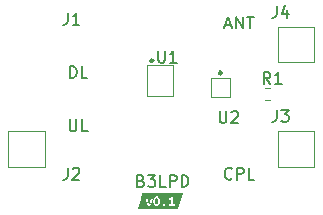
<source format=gbr>
%TF.GenerationSoftware,KiCad,Pcbnew,(7.0.0)*%
%TF.CreationDate,2023-03-22T16:08:00+00:00*%
%TF.ProjectId,B3LPD,42334c50-442e-46b6-9963-61645f706362,rev?*%
%TF.SameCoordinates,Original*%
%TF.FileFunction,Legend,Top*%
%TF.FilePolarity,Positive*%
%FSLAX46Y46*%
G04 Gerber Fmt 4.6, Leading zero omitted, Abs format (unit mm)*
G04 Created by KiCad (PCBNEW (7.0.0)) date 2023-03-22 16:08:00*
%MOMM*%
%LPD*%
G01*
G04 APERTURE LIST*
%ADD10C,0.150000*%
%ADD11C,0.120000*%
%ADD12C,0.100000*%
%ADD13C,0.250000*%
%ADD14C,0.260000*%
G04 APERTURE END LIST*
D10*
X99838095Y-92867380D02*
X99838095Y-93676904D01*
X99838095Y-93676904D02*
X99885714Y-93772142D01*
X99885714Y-93772142D02*
X99933333Y-93819761D01*
X99933333Y-93819761D02*
X100028571Y-93867380D01*
X100028571Y-93867380D02*
X100219047Y-93867380D01*
X100219047Y-93867380D02*
X100314285Y-93819761D01*
X100314285Y-93819761D02*
X100361904Y-93772142D01*
X100361904Y-93772142D02*
X100409523Y-93676904D01*
X100409523Y-93676904D02*
X100409523Y-92867380D01*
X101361904Y-93867380D02*
X100885714Y-93867380D01*
X100885714Y-93867380D02*
X100885714Y-92867380D01*
X105890476Y-98058571D02*
X106033333Y-98106190D01*
X106033333Y-98106190D02*
X106080952Y-98153809D01*
X106080952Y-98153809D02*
X106128571Y-98249047D01*
X106128571Y-98249047D02*
X106128571Y-98391904D01*
X106128571Y-98391904D02*
X106080952Y-98487142D01*
X106080952Y-98487142D02*
X106033333Y-98534761D01*
X106033333Y-98534761D02*
X105938095Y-98582380D01*
X105938095Y-98582380D02*
X105557143Y-98582380D01*
X105557143Y-98582380D02*
X105557143Y-97582380D01*
X105557143Y-97582380D02*
X105890476Y-97582380D01*
X105890476Y-97582380D02*
X105985714Y-97630000D01*
X105985714Y-97630000D02*
X106033333Y-97677619D01*
X106033333Y-97677619D02*
X106080952Y-97772857D01*
X106080952Y-97772857D02*
X106080952Y-97868095D01*
X106080952Y-97868095D02*
X106033333Y-97963333D01*
X106033333Y-97963333D02*
X105985714Y-98010952D01*
X105985714Y-98010952D02*
X105890476Y-98058571D01*
X105890476Y-98058571D02*
X105557143Y-98058571D01*
X106461905Y-97582380D02*
X107080952Y-97582380D01*
X107080952Y-97582380D02*
X106747619Y-97963333D01*
X106747619Y-97963333D02*
X106890476Y-97963333D01*
X106890476Y-97963333D02*
X106985714Y-98010952D01*
X106985714Y-98010952D02*
X107033333Y-98058571D01*
X107033333Y-98058571D02*
X107080952Y-98153809D01*
X107080952Y-98153809D02*
X107080952Y-98391904D01*
X107080952Y-98391904D02*
X107033333Y-98487142D01*
X107033333Y-98487142D02*
X106985714Y-98534761D01*
X106985714Y-98534761D02*
X106890476Y-98582380D01*
X106890476Y-98582380D02*
X106604762Y-98582380D01*
X106604762Y-98582380D02*
X106509524Y-98534761D01*
X106509524Y-98534761D02*
X106461905Y-98487142D01*
X107985714Y-98582380D02*
X107509524Y-98582380D01*
X107509524Y-98582380D02*
X107509524Y-97582380D01*
X108319048Y-98582380D02*
X108319048Y-97582380D01*
X108319048Y-97582380D02*
X108700000Y-97582380D01*
X108700000Y-97582380D02*
X108795238Y-97630000D01*
X108795238Y-97630000D02*
X108842857Y-97677619D01*
X108842857Y-97677619D02*
X108890476Y-97772857D01*
X108890476Y-97772857D02*
X108890476Y-97915714D01*
X108890476Y-97915714D02*
X108842857Y-98010952D01*
X108842857Y-98010952D02*
X108795238Y-98058571D01*
X108795238Y-98058571D02*
X108700000Y-98106190D01*
X108700000Y-98106190D02*
X108319048Y-98106190D01*
X109319048Y-98582380D02*
X109319048Y-97582380D01*
X109319048Y-97582380D02*
X109557143Y-97582380D01*
X109557143Y-97582380D02*
X109700000Y-97630000D01*
X109700000Y-97630000D02*
X109795238Y-97725238D01*
X109795238Y-97725238D02*
X109842857Y-97820476D01*
X109842857Y-97820476D02*
X109890476Y-98010952D01*
X109890476Y-98010952D02*
X109890476Y-98153809D01*
X109890476Y-98153809D02*
X109842857Y-98344285D01*
X109842857Y-98344285D02*
X109795238Y-98439523D01*
X109795238Y-98439523D02*
X109700000Y-98534761D01*
X109700000Y-98534761D02*
X109557143Y-98582380D01*
X109557143Y-98582380D02*
X109319048Y-98582380D01*
X113023809Y-84881666D02*
X113499999Y-84881666D01*
X112928571Y-85167380D02*
X113261904Y-84167380D01*
X113261904Y-84167380D02*
X113595237Y-85167380D01*
X113928571Y-85167380D02*
X113928571Y-84167380D01*
X113928571Y-84167380D02*
X114499999Y-85167380D01*
X114499999Y-85167380D02*
X114499999Y-84167380D01*
X114833333Y-84167380D02*
X115404761Y-84167380D01*
X115119047Y-85167380D02*
X115119047Y-84167380D01*
X99861904Y-89367380D02*
X99861904Y-88367380D01*
X99861904Y-88367380D02*
X100099999Y-88367380D01*
X100099999Y-88367380D02*
X100242856Y-88415000D01*
X100242856Y-88415000D02*
X100338094Y-88510238D01*
X100338094Y-88510238D02*
X100385713Y-88605476D01*
X100385713Y-88605476D02*
X100433332Y-88795952D01*
X100433332Y-88795952D02*
X100433332Y-88938809D01*
X100433332Y-88938809D02*
X100385713Y-89129285D01*
X100385713Y-89129285D02*
X100338094Y-89224523D01*
X100338094Y-89224523D02*
X100242856Y-89319761D01*
X100242856Y-89319761D02*
X100099999Y-89367380D01*
X100099999Y-89367380D02*
X99861904Y-89367380D01*
X101338094Y-89367380D02*
X100861904Y-89367380D01*
X100861904Y-89367380D02*
X100861904Y-88367380D01*
X113571427Y-97872142D02*
X113523808Y-97919761D01*
X113523808Y-97919761D02*
X113380951Y-97967380D01*
X113380951Y-97967380D02*
X113285713Y-97967380D01*
X113285713Y-97967380D02*
X113142856Y-97919761D01*
X113142856Y-97919761D02*
X113047618Y-97824523D01*
X113047618Y-97824523D02*
X112999999Y-97729285D01*
X112999999Y-97729285D02*
X112952380Y-97538809D01*
X112952380Y-97538809D02*
X112952380Y-97395952D01*
X112952380Y-97395952D02*
X112999999Y-97205476D01*
X112999999Y-97205476D02*
X113047618Y-97110238D01*
X113047618Y-97110238D02*
X113142856Y-97015000D01*
X113142856Y-97015000D02*
X113285713Y-96967380D01*
X113285713Y-96967380D02*
X113380951Y-96967380D01*
X113380951Y-96967380D02*
X113523808Y-97015000D01*
X113523808Y-97015000D02*
X113571427Y-97062619D01*
X113999999Y-97967380D02*
X113999999Y-96967380D01*
X113999999Y-96967380D02*
X114380951Y-96967380D01*
X114380951Y-96967380D02*
X114476189Y-97015000D01*
X114476189Y-97015000D02*
X114523808Y-97062619D01*
X114523808Y-97062619D02*
X114571427Y-97157857D01*
X114571427Y-97157857D02*
X114571427Y-97300714D01*
X114571427Y-97300714D02*
X114523808Y-97395952D01*
X114523808Y-97395952D02*
X114476189Y-97443571D01*
X114476189Y-97443571D02*
X114380951Y-97491190D01*
X114380951Y-97491190D02*
X113999999Y-97491190D01*
X115476189Y-97967380D02*
X114999999Y-97967380D01*
X114999999Y-97967380D02*
X114999999Y-96967380D01*
%TO.C,J4*%
X117366666Y-83267380D02*
X117366666Y-83981666D01*
X117366666Y-83981666D02*
X117319047Y-84124523D01*
X117319047Y-84124523D02*
X117223809Y-84219761D01*
X117223809Y-84219761D02*
X117080952Y-84267380D01*
X117080952Y-84267380D02*
X116985714Y-84267380D01*
X118271428Y-83600714D02*
X118271428Y-84267380D01*
X118033333Y-83219761D02*
X117795238Y-83934047D01*
X117795238Y-83934047D02*
X118414285Y-83934047D01*
%TO.C,J3*%
X117366666Y-92067380D02*
X117366666Y-92781666D01*
X117366666Y-92781666D02*
X117319047Y-92924523D01*
X117319047Y-92924523D02*
X117223809Y-93019761D01*
X117223809Y-93019761D02*
X117080952Y-93067380D01*
X117080952Y-93067380D02*
X116985714Y-93067380D01*
X117747619Y-92067380D02*
X118366666Y-92067380D01*
X118366666Y-92067380D02*
X118033333Y-92448333D01*
X118033333Y-92448333D02*
X118176190Y-92448333D01*
X118176190Y-92448333D02*
X118271428Y-92495952D01*
X118271428Y-92495952D02*
X118319047Y-92543571D01*
X118319047Y-92543571D02*
X118366666Y-92638809D01*
X118366666Y-92638809D02*
X118366666Y-92876904D01*
X118366666Y-92876904D02*
X118319047Y-92972142D01*
X118319047Y-92972142D02*
X118271428Y-93019761D01*
X118271428Y-93019761D02*
X118176190Y-93067380D01*
X118176190Y-93067380D02*
X117890476Y-93067380D01*
X117890476Y-93067380D02*
X117795238Y-93019761D01*
X117795238Y-93019761D02*
X117747619Y-92972142D01*
%TO.C,R1*%
X116833333Y-89867380D02*
X116500000Y-89391190D01*
X116261905Y-89867380D02*
X116261905Y-88867380D01*
X116261905Y-88867380D02*
X116642857Y-88867380D01*
X116642857Y-88867380D02*
X116738095Y-88915000D01*
X116738095Y-88915000D02*
X116785714Y-88962619D01*
X116785714Y-88962619D02*
X116833333Y-89057857D01*
X116833333Y-89057857D02*
X116833333Y-89200714D01*
X116833333Y-89200714D02*
X116785714Y-89295952D01*
X116785714Y-89295952D02*
X116738095Y-89343571D01*
X116738095Y-89343571D02*
X116642857Y-89391190D01*
X116642857Y-89391190D02*
X116261905Y-89391190D01*
X117785714Y-89867380D02*
X117214286Y-89867380D01*
X117500000Y-89867380D02*
X117500000Y-88867380D01*
X117500000Y-88867380D02*
X117404762Y-89010238D01*
X117404762Y-89010238D02*
X117309524Y-89105476D01*
X117309524Y-89105476D02*
X117214286Y-89153095D01*
%TO.C,J1*%
X99666666Y-83867380D02*
X99666666Y-84581666D01*
X99666666Y-84581666D02*
X99619047Y-84724523D01*
X99619047Y-84724523D02*
X99523809Y-84819761D01*
X99523809Y-84819761D02*
X99380952Y-84867380D01*
X99380952Y-84867380D02*
X99285714Y-84867380D01*
X100666666Y-84867380D02*
X100095238Y-84867380D01*
X100380952Y-84867380D02*
X100380952Y-83867380D01*
X100380952Y-83867380D02*
X100285714Y-84010238D01*
X100285714Y-84010238D02*
X100190476Y-84105476D01*
X100190476Y-84105476D02*
X100095238Y-84153095D01*
%TO.C,J2*%
X99666666Y-96967380D02*
X99666666Y-97681666D01*
X99666666Y-97681666D02*
X99619047Y-97824523D01*
X99619047Y-97824523D02*
X99523809Y-97919761D01*
X99523809Y-97919761D02*
X99380952Y-97967380D01*
X99380952Y-97967380D02*
X99285714Y-97967380D01*
X100095238Y-97062619D02*
X100142857Y-97015000D01*
X100142857Y-97015000D02*
X100238095Y-96967380D01*
X100238095Y-96967380D02*
X100476190Y-96967380D01*
X100476190Y-96967380D02*
X100571428Y-97015000D01*
X100571428Y-97015000D02*
X100619047Y-97062619D01*
X100619047Y-97062619D02*
X100666666Y-97157857D01*
X100666666Y-97157857D02*
X100666666Y-97253095D01*
X100666666Y-97253095D02*
X100619047Y-97395952D01*
X100619047Y-97395952D02*
X100047619Y-97967380D01*
X100047619Y-97967380D02*
X100666666Y-97967380D01*
%TO.C,U1*%
X107338095Y-87067380D02*
X107338095Y-87876904D01*
X107338095Y-87876904D02*
X107385714Y-87972142D01*
X107385714Y-87972142D02*
X107433333Y-88019761D01*
X107433333Y-88019761D02*
X107528571Y-88067380D01*
X107528571Y-88067380D02*
X107719047Y-88067380D01*
X107719047Y-88067380D02*
X107814285Y-88019761D01*
X107814285Y-88019761D02*
X107861904Y-87972142D01*
X107861904Y-87972142D02*
X107909523Y-87876904D01*
X107909523Y-87876904D02*
X107909523Y-87067380D01*
X108909523Y-88067380D02*
X108338095Y-88067380D01*
X108623809Y-88067380D02*
X108623809Y-87067380D01*
X108623809Y-87067380D02*
X108528571Y-87210238D01*
X108528571Y-87210238D02*
X108433333Y-87305476D01*
X108433333Y-87305476D02*
X108338095Y-87353095D01*
%TO.C,U2*%
X112538095Y-92167380D02*
X112538095Y-92976904D01*
X112538095Y-92976904D02*
X112585714Y-93072142D01*
X112585714Y-93072142D02*
X112633333Y-93119761D01*
X112633333Y-93119761D02*
X112728571Y-93167380D01*
X112728571Y-93167380D02*
X112919047Y-93167380D01*
X112919047Y-93167380D02*
X113014285Y-93119761D01*
X113014285Y-93119761D02*
X113061904Y-93072142D01*
X113061904Y-93072142D02*
X113109523Y-92976904D01*
X113109523Y-92976904D02*
X113109523Y-92167380D01*
X113538095Y-92262619D02*
X113585714Y-92215000D01*
X113585714Y-92215000D02*
X113680952Y-92167380D01*
X113680952Y-92167380D02*
X113919047Y-92167380D01*
X113919047Y-92167380D02*
X114014285Y-92215000D01*
X114014285Y-92215000D02*
X114061904Y-92262619D01*
X114061904Y-92262619D02*
X114109523Y-92357857D01*
X114109523Y-92357857D02*
X114109523Y-92453095D01*
X114109523Y-92453095D02*
X114061904Y-92595952D01*
X114061904Y-92595952D02*
X113490476Y-93167380D01*
X113490476Y-93167380D02*
X114109523Y-93167380D01*
D11*
%TO.C,J4*%
X117450000Y-88050000D02*
X120550000Y-88050000D01*
X120550000Y-88050000D02*
X120550000Y-85050000D01*
X120550000Y-85050000D02*
X117450000Y-85050000D01*
X117450000Y-85050000D02*
X117450000Y-88050000D01*
%TO.C,J3*%
X117450000Y-96900000D02*
X120550000Y-96900000D01*
X120550000Y-96900000D02*
X120550000Y-93900000D01*
X120550000Y-93900000D02*
X117450000Y-93900000D01*
X117450000Y-93900000D02*
X117450000Y-96900000D01*
%TO.C,R1*%
X116362742Y-90177500D02*
X116837258Y-90177500D01*
X116362742Y-91222500D02*
X116837258Y-91222500D01*
%TO.C,kibuzzard-64104D25*%
G36*
X107199645Y-100075590D02*
G01*
X107143447Y-100057969D01*
X107101855Y-100005105D01*
X107082805Y-99950848D01*
X107071375Y-99882056D01*
X107067565Y-99798730D01*
X107068151Y-99786030D01*
X107129795Y-99786030D01*
X107148845Y-99845085D01*
X107200915Y-99869850D01*
X107251080Y-99845085D01*
X107270765Y-99786030D01*
X107251080Y-99726340D01*
X107200915Y-99700940D01*
X107148845Y-99726340D01*
X107129795Y-99786030D01*
X107068151Y-99786030D01*
X107071375Y-99716109D01*
X107082805Y-99647741D01*
X107101855Y-99593625D01*
X107143447Y-99540761D01*
X107199645Y-99523140D01*
X107256636Y-99540761D01*
X107298070Y-99593625D01*
X107316767Y-99647741D01*
X107327986Y-99716109D01*
X107331725Y-99798730D01*
X107327986Y-99882056D01*
X107316767Y-99950848D01*
X107298070Y-100005105D01*
X107256636Y-100057969D01*
X107200915Y-100075197D01*
X107199645Y-100075590D01*
G37*
G36*
X107835915Y-100474793D02*
G01*
X107199645Y-100474793D01*
X106493525Y-100474793D01*
X106264925Y-100474793D01*
X106000342Y-100474793D01*
X105595466Y-100474793D01*
X105858864Y-99596800D01*
X106264925Y-99596800D01*
X106291952Y-99685184D01*
X106319694Y-99769996D01*
X106348150Y-99851237D01*
X106377320Y-99928905D01*
X106416478Y-100025778D01*
X106455213Y-100114043D01*
X106493525Y-100193700D01*
X106624335Y-100193700D01*
X106663282Y-100114043D01*
X106703922Y-100025778D01*
X106746255Y-99928905D01*
X106777926Y-99851237D01*
X106797471Y-99798730D01*
X106926595Y-99798730D01*
X106930961Y-99896203D01*
X106944058Y-99980340D01*
X106965886Y-100051142D01*
X106996445Y-100108610D01*
X107050067Y-100165054D01*
X107117801Y-100198921D01*
X107199645Y-100210210D01*
X107281489Y-100198921D01*
X107349223Y-100165054D01*
X107402845Y-100108610D01*
X107410949Y-100093370D01*
X107721615Y-100093370D01*
X107731140Y-100142265D01*
X107756540Y-100177825D01*
X107792735Y-100200050D01*
X107835915Y-100207670D01*
X107914655Y-100178460D01*
X107948945Y-100093370D01*
X107914655Y-100010820D01*
X107835915Y-99981610D01*
X107792735Y-99989230D01*
X107756540Y-100010820D01*
X107731140Y-100045745D01*
X107721615Y-100093370D01*
X107410949Y-100093370D01*
X107433404Y-100051142D01*
X107455232Y-99980340D01*
X107468329Y-99896203D01*
X107472695Y-99798730D01*
X107468329Y-99701853D01*
X107455232Y-99618231D01*
X107440705Y-99571400D01*
X108213105Y-99571400D01*
X108263905Y-99700940D01*
X108341375Y-99669825D01*
X108422655Y-99624740D01*
X108422655Y-100064160D01*
X108257555Y-100064160D01*
X108257555Y-100193700D01*
X108735075Y-100193700D01*
X108735075Y-100064160D01*
X108578865Y-100064160D01*
X108578865Y-99407570D01*
X108472185Y-99407570D01*
X108417575Y-99457100D01*
X108350265Y-99502820D01*
X108279145Y-99542190D01*
X108213105Y-99571400D01*
X107440705Y-99571400D01*
X107433404Y-99547865D01*
X107402845Y-99490755D01*
X107349223Y-99434663D01*
X107281489Y-99401008D01*
X107199645Y-99389790D01*
X107119071Y-99401079D01*
X107051761Y-99434946D01*
X106997715Y-99491390D01*
X106966600Y-99548699D01*
X106944375Y-99619025D01*
X106931040Y-99702369D01*
X106926595Y-99798730D01*
X106797471Y-99798730D01*
X106808167Y-99769996D01*
X106836981Y-99685184D01*
X106864365Y-99596800D01*
X106705615Y-99596800D01*
X106692439Y-99646647D01*
X106675770Y-99699670D01*
X106657037Y-99754439D01*
X106637670Y-99809525D01*
X106617826Y-99863976D01*
X106597665Y-99916840D01*
X106560835Y-100012090D01*
X106525910Y-99916840D01*
X106507654Y-99863976D01*
X106489715Y-99809525D01*
X106472411Y-99754439D01*
X106456060Y-99699670D01*
X106441296Y-99646647D01*
X106428755Y-99596800D01*
X106264925Y-99596800D01*
X105858864Y-99596800D01*
X106000342Y-99125207D01*
X106264925Y-99125207D01*
X108735075Y-99125207D01*
X108999658Y-99125207D01*
X109404534Y-99125207D01*
X108999658Y-100474793D01*
X108735075Y-100474793D01*
X107835915Y-100474793D01*
G37*
%TO.C,J2*%
X97750000Y-93900000D02*
X94650000Y-93900000D01*
X94650000Y-93900000D02*
X94650000Y-96900000D01*
X94650000Y-96900000D02*
X97750000Y-96900000D01*
X97750000Y-96900000D02*
X97750000Y-93900000D01*
D12*
%TO.C,U1*%
X106400000Y-88300000D02*
X108600000Y-88300000D01*
X108600000Y-88300000D02*
X108600000Y-90900000D01*
X108600000Y-90900000D02*
X106400000Y-90900000D01*
X106400000Y-90900000D02*
X106400000Y-88300000D01*
D13*
X106925000Y-87900000D02*
G75*
G03*
X106925000Y-87900000I-125000J0D01*
G01*
D11*
%TO.C,U2*%
X111800000Y-89350000D02*
X113400000Y-89350000D01*
X113400000Y-89350000D02*
X113400000Y-90950000D01*
X113400000Y-90950000D02*
X111800000Y-90950000D01*
X111800000Y-90950000D02*
X111800000Y-89350000D01*
D14*
X112730000Y-88950000D02*
G75*
G03*
X112730000Y-88950000I-130000J0D01*
G01*
%TD*%
M02*

</source>
